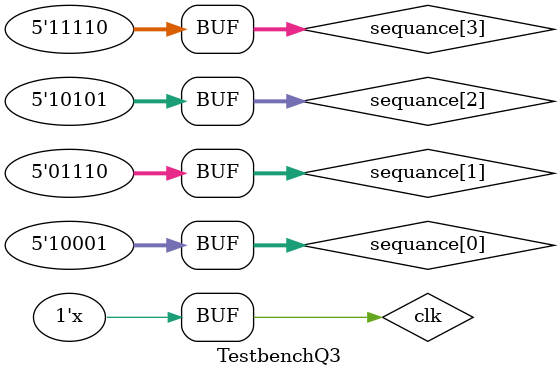
<source format=v>
module TestbenchQ3;
reg clk = 1;
reg reset = 0;
reg input_se = 0;
reg [1:0] lookfor_seq = 0;
wire seq_detected;
wire [15:0] seq_count;
wire [0:4] sequance [3:0];
assign sequance [0] = 5'b10001;
assign sequance [1] = 5'b01110;
assign sequance [2] = 5'b10101;
assign sequance [3] = 5'b11110;
integer temp = 0;
sequence_detector moduleTest(clk, reset, input_se, lookfor_seq, seq_detected, seq_count);
always #15 clk = ~clk;
always @(posedge clk) begin
	input_se = sequance[lookfor_seq][temp % 5];
	temp = temp + 1;
	if( temp == 12)
		reset = 1;	
	if( temp == 38)
		lookfor_seq = 2'b11;
end
endmodule
</source>
